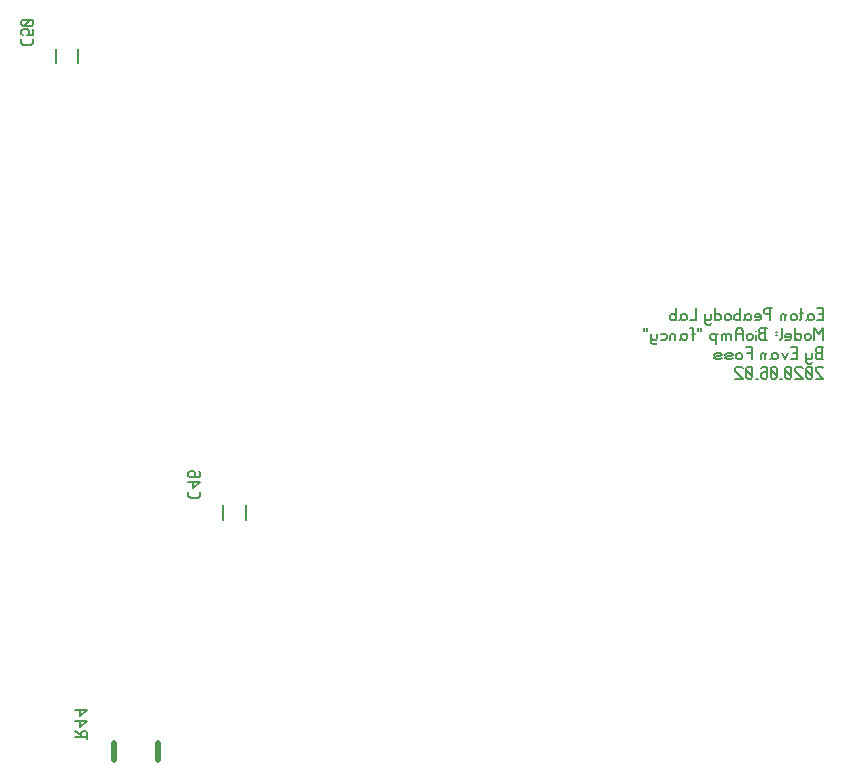
<source format=gbo>
G04 start of page 2 for group 10 layer_idx 5 *
G04 Title: (unknown), bottom_silk *
G04 Creator: pcb-rnd 2.2.2 *
G04 CreationDate: 2020-09-08 21:03:29 UTC *
G04 For:  *
G04 Format: Gerber/RS-274X *
G04 PCB-Dimensions: 500000 500000 *
G04 PCB-Coordinate-Origin: lower left *
%MOIN*%
%FSLAX25Y25*%
%LNBOTTOM_SILK_NONE_10*%
%ADD69C,0.0070*%
%ADD68C,0.0197*%
%ADD67C,0.0080*%
G54D67*X117240Y371638D02*Y376362D01*
X109760Y371638D02*Y376362D01*
G54D68*X143790Y139323D02*Y145228D01*
X129223Y139323D02*Y145228D01*
G54D67*X173007Y219605D02*Y224329D01*
X165527Y219605D02*Y224329D01*
G54D69*X365500Y288200D02*X364000D01*
X365500Y286000D02*X363500D01*
X365500Y290000D02*Y286000D01*
Y290000D02*X363500D01*
X360800Y288000D02*X360300Y287500D01*
X361800Y288000D02*X360800D01*
X362300Y287500D02*X361800Y288000D01*
X362300Y287500D02*Y286500D01*
X361800Y286000D01*
X360300Y288000D02*Y286500D01*
X359800Y286000D01*
X361800D02*X360800D01*
X360300Y286500D01*
X358100Y290000D02*Y286500D01*
X357600Y286000D01*
X358600Y288500D02*X357600D01*
X356600Y287500D02*Y286500D01*
Y287500D02*X356100Y288000D01*
X355100D01*
X354600Y287500D01*
Y286500D01*
X355100Y286000D02*X354600Y286500D01*
X356100Y286000D02*X355100D01*
X356600Y286500D02*X356100Y286000D01*
X352900Y287500D02*Y286000D01*
Y287500D02*X352400Y288000D01*
X351900D01*
X351400Y287500D01*
Y286000D01*
X353400Y288000D02*X352900Y287500D01*
X347900Y290000D02*Y286000D01*
X348400Y290000D02*X346400D01*
X345900Y289500D01*
Y288500D01*
X346400Y288000D02*X345900Y288500D01*
X347900Y288000D02*X346400D01*
X344200Y286000D02*X342700D01*
X344700Y286500D02*X344200Y286000D01*
X344700Y287500D02*Y286500D01*
Y287500D02*X344200Y288000D01*
X343200D01*
X342700Y287500D01*
X344700Y287000D02*X342700D01*
Y287500D01*
X340000Y288000D02*X339500Y287500D01*
X341000Y288000D02*X340000D01*
X341500Y287500D02*X341000Y288000D01*
X341500Y287500D02*Y286500D01*
X341000Y286000D01*
X339500Y288000D02*Y286500D01*
X339000Y286000D01*
X341000D02*X340000D01*
X339500Y286500D01*
X337800Y290000D02*Y286000D01*
Y286500D02*X337300Y286000D01*
X336300D01*
X335800Y286500D01*
Y287500D02*Y286500D01*
X336300Y288000D02*X335800Y287500D01*
X337300Y288000D02*X336300D01*
X337800Y287500D02*X337300Y288000D01*
X334600Y287500D02*Y286500D01*
Y287500D02*X334100Y288000D01*
X333100D01*
X332600Y287500D01*
Y286500D01*
X333100Y286000D02*X332600Y286500D01*
X334100Y286000D02*X333100D01*
X334600Y286500D02*X334100Y286000D01*
X329400Y290000D02*Y286000D01*
X329900D02*X329400Y286500D01*
X330900Y286000D02*X329900D01*
X331400Y286500D02*X330900Y286000D01*
X331400Y287500D02*Y286500D01*
Y287500D02*X330900Y288000D01*
X329900D01*
X329400Y287500D01*
X328200Y288000D02*Y286500D01*
X327700Y286000D01*
X326200Y288000D02*Y285000D01*
X326700Y284500D02*X326200Y285000D01*
X327700Y284500D02*X326700D01*
X328200Y285000D02*X327700Y284500D01*
Y286000D02*X326700D01*
X326200Y286500D01*
X323200Y290000D02*Y286000D01*
X321200D01*
X318500Y288000D02*X318000Y287500D01*
X319500Y288000D02*X318500D01*
X320000Y287500D02*X319500Y288000D01*
X320000Y287500D02*Y286500D01*
X319500Y286000D01*
X318000Y288000D02*Y286500D01*
X317500Y286000D01*
X319500D02*X318500D01*
X318000Y286500D01*
X316300Y290000D02*Y286000D01*
Y286500D02*X315800Y286000D01*
X314800D01*
X314300Y286500D01*
Y287500D02*Y286500D01*
X314800Y288000D02*X314300Y287500D01*
X315800Y288000D02*X314800D01*
X316300Y287500D02*X315800Y288000D01*
X98150Y378550D02*Y379850D01*
X98850Y377850D02*X98150Y378550D01*
X101450Y377850D02*X98850D01*
X101450D02*X102150Y378550D01*
Y379850D01*
Y381050D02*Y383050D01*
Y381050D02*X100150D01*
X100650Y381550D01*
Y382550D01*
X100150Y383050D01*
X98650D01*
X98150Y382550D02*X98650Y383050D01*
X98150Y381550D02*Y382550D01*
X98650Y381050D02*X98150Y381550D01*
X98650Y384250D02*X98150Y384750D01*
X101650Y384250D02*X98650D01*
X101650D02*X102150Y384750D01*
Y385750D01*
X101650Y386250D01*
X98650D01*
X98150Y385750D02*X98650Y386250D01*
X98150Y384750D02*Y385750D01*
X99150Y384250D02*X101150Y386250D01*
X120255Y146626D02*Y148626D01*
X119755Y149126D01*
X118755D01*
X118255Y148626D02*X118755Y149126D01*
X118255Y147126D02*Y148626D01*
X120255Y147126D02*X116255D01*
X118255Y147926D02*X116255Y149126D01*
X117755Y150326D02*X120255Y152326D01*
X117755Y150326D02*Y152826D01*
X120255Y152326D02*X116255D01*
X117755Y154026D02*X120255Y156026D01*
X117755Y154026D02*Y156526D01*
X120255Y156026D02*X116255D01*
X153917Y227517D02*Y228817D01*
X154617Y226817D02*X153917Y227517D01*
X157217Y226817D02*X154617D01*
X157217D02*X157917Y227517D01*
Y228817D01*
X155417Y230017D02*X157917Y232017D01*
X155417Y230017D02*Y232517D01*
X157917Y232017D02*X153917D01*
X157917Y235217D02*X157417Y235717D01*
X157917Y234217D02*Y235217D01*
X157417Y233717D02*X157917Y234217D01*
X157417Y233717D02*X154417D01*
X153917Y234217D01*
X156117Y235217D02*X155617Y235717D01*
X156117Y233717D02*Y235217D01*
X153917Y234217D02*Y235217D01*
X154417Y235717D01*
X155617D02*X154417D01*
X365500Y273000D02*X363500D01*
X363000Y273500D01*
Y274700D02*Y273500D01*
X363500Y275200D02*X363000Y274700D01*
X365000Y275200D02*X363500D01*
X365000Y277000D02*Y273000D01*
X365500Y277000D02*X363500D01*
X363000Y276500D01*
Y275700D01*
X363500Y275200D02*X363000Y275700D01*
X361800Y275000D02*Y273500D01*
X361300Y273000D01*
X359800Y275000D02*Y272000D01*
X360300Y271500D02*X359800Y272000D01*
X361300Y271500D02*X360300D01*
X361800Y272000D02*X361300Y271500D01*
Y273000D02*X360300D01*
X359800Y273500D01*
X356800Y275200D02*X355300D01*
X356800Y273000D02*X354800D01*
X356800Y277000D02*Y273000D01*
Y277000D02*X354800D01*
X353600Y275000D02*X352600Y273000D01*
X351600Y275000D02*X352600Y273000D01*
X348900Y275000D02*X348400Y274500D01*
X349900Y275000D02*X348900D01*
X350400Y274500D02*X349900Y275000D01*
X350400Y274500D02*Y273500D01*
X349900Y273000D01*
X348400Y275000D02*Y273500D01*
X347900Y273000D01*
X349900D02*X348900D01*
X348400Y273500D01*
X346200Y274500D02*Y273000D01*
Y274500D02*X345700Y275000D01*
X345200D01*
X344700Y274500D01*
Y273000D01*
X346700Y275000D02*X346200Y274500D01*
X341700Y277000D02*Y273000D01*
Y277000D02*X339700D01*
X341700Y275200D02*X340200D01*
X338500Y274500D02*Y273500D01*
Y274500D02*X338000Y275000D01*
X337000D01*
X336500Y274500D01*
Y273500D01*
X337000Y273000D02*X336500Y273500D01*
X338000Y273000D02*X337000D01*
X338500Y273500D02*X338000Y273000D01*
X334800D02*X333300D01*
X332800Y273500D01*
X333300Y274000D02*X332800Y273500D01*
X334800Y274000D02*X333300D01*
X335300Y274500D02*X334800Y274000D01*
X335300Y274500D02*X334800Y275000D01*
X333300D01*
X332800Y274500D01*
X335300Y273500D02*X334800Y273000D01*
X331100D02*X329600D01*
X329100Y273500D01*
X329600Y274000D02*X329100Y273500D01*
X331100Y274000D02*X329600D01*
X331600Y274500D02*X331100Y274000D01*
X331600Y274500D02*X331100Y275000D01*
X329600D01*
X329100Y274500D01*
X331600Y273500D02*X331100Y273000D01*
X365500Y283500D02*Y279500D01*
Y283500D02*X364000Y281500D01*
X362500Y283500D01*
Y279500D01*
X361300Y281000D02*Y280000D01*
Y281000D02*X360800Y281500D01*
X359800D01*
X359300Y281000D01*
Y280000D01*
X359800Y279500D02*X359300Y280000D01*
X360800Y279500D02*X359800D01*
X361300Y280000D02*X360800Y279500D01*
X356100Y283500D02*Y279500D01*
X356600D02*X356100Y280000D01*
X357600Y279500D02*X356600D01*
X358100Y280000D02*X357600Y279500D01*
X358100Y281000D02*Y280000D01*
Y281000D02*X357600Y281500D01*
X356600D01*
X356100Y281000D01*
X354400Y279500D02*X352900D01*
X354900Y280000D02*X354400Y279500D01*
X354900Y281000D02*Y280000D01*
Y281000D02*X354400Y281500D01*
X353400D01*
X352900Y281000D01*
X354900Y280500D02*X352900D01*
Y281000D01*
X351700Y283500D02*Y280000D01*
X351200Y279500D01*
X350200Y282000D02*X349700D01*
X350200Y281000D02*X349700D01*
X346700Y279500D02*X344700D01*
X344200Y280000D01*
Y281200D02*Y280000D01*
X344700Y281700D02*X344200Y281200D01*
X346200Y281700D02*X344700D01*
X346200Y283500D02*Y279500D01*
X346700Y283500D02*X344700D01*
X344200Y283000D01*
Y282200D01*
X344700Y281700D02*X344200Y282200D01*
X343000Y282500D02*Y282400D01*
Y281000D02*Y279500D01*
X342000Y281000D02*Y280000D01*
Y281000D02*X341500Y281500D01*
X340500D01*
X340000Y281000D01*
Y280000D01*
X340500Y279500D02*X340000Y280000D01*
X341500Y279500D02*X340500D01*
X342000Y280000D02*X341500Y279500D01*
X338800Y282500D02*Y279500D01*
Y282500D02*X338100Y283500D01*
X337000D01*
X336300Y282500D01*
Y279500D01*
X338800Y281500D02*X336300D01*
X334600Y281000D02*Y279500D01*
Y281000D02*X334100Y281500D01*
X333600D01*
X333100Y281000D01*
Y279500D01*
Y281000D02*X332600Y281500D01*
X332100D01*
X331600Y281000D01*
Y279500D01*
X335100Y281500D02*X334600Y281000D01*
X329900D02*Y278000D01*
X330400Y281500D02*X329900Y281000D01*
X329400Y281500D01*
X328400D01*
X327900Y281000D01*
Y280000D01*
X328400Y279500D02*X327900Y280000D01*
X329400Y279500D02*X328400D01*
X329900Y280000D02*X329400Y279500D01*
X324900Y283500D02*Y282500D01*
X323900Y283500D02*Y282500D01*
X322200Y283000D02*Y279500D01*
Y283000D02*X321700Y283500D01*
X321200D01*
X322700Y281500D02*X321700D01*
X318700D02*X318200Y281000D01*
X319700Y281500D02*X318700D01*
X320200Y281000D02*X319700Y281500D01*
X320200Y281000D02*Y280000D01*
X319700Y279500D01*
X318200Y281500D02*Y280000D01*
X317700Y279500D01*
X319700D02*X318700D01*
X318200Y280000D01*
X316000Y281000D02*Y279500D01*
Y281000D02*X315500Y281500D01*
X315000D01*
X314500Y281000D01*
Y279500D01*
X316500Y281500D02*X316000Y281000D01*
X312800Y281500D02*X311300D01*
X313300Y281000D02*X312800Y281500D01*
X313300Y281000D02*Y280000D01*
X312800Y279500D01*
X311300D01*
X310100Y281500D02*Y280000D01*
X309600Y279500D01*
X308100Y281500D02*Y278500D01*
X308600Y278000D02*X308100Y278500D01*
X309600Y278000D02*X308600D01*
X310100Y278500D02*X309600Y278000D01*
Y279500D02*X308600D01*
X308100Y280000D01*
X306900Y283500D02*Y282500D01*
X305900Y283500D02*Y282500D01*
X365500Y270000D02*X365000Y270500D01*
X363500D01*
X363000Y270000D01*
Y269000D01*
X365500Y266500D02*X363000Y269000D01*
X365500Y266500D02*X363000D01*
X361800Y267000D02*X361300Y266500D01*
X361800Y270000D02*Y267000D01*
Y270000D02*X361300Y270500D01*
X360300D01*
X359800Y270000D01*
Y267000D01*
X360300Y266500D02*X359800Y267000D01*
X361300Y266500D02*X360300D01*
X361800Y267500D02*X359800Y269500D01*
X358600Y270000D02*X358100Y270500D01*
X356600D01*
X356100Y270000D01*
Y269000D01*
X358600Y266500D02*X356100Y269000D01*
X358600Y266500D02*X356100D01*
X354900Y267000D02*X354400Y266500D01*
X354900Y270000D02*Y267000D01*
Y270000D02*X354400Y270500D01*
X353400D01*
X352900Y270000D01*
Y267000D01*
X353400Y266500D02*X352900Y267000D01*
X354400Y266500D02*X353400D01*
X354900Y267500D02*X352900Y269500D01*
X351700Y266500D02*X351200D01*
X350000Y267000D02*X349500Y266500D01*
X350000Y270000D02*Y267000D01*
Y270000D02*X349500Y270500D01*
X348500D01*
X348000Y270000D01*
Y267000D01*
X348500Y266500D02*X348000Y267000D01*
X349500Y266500D02*X348500D01*
X350000Y267500D02*X348000Y269500D01*
X345300Y270500D02*X344800Y270000D01*
X346300Y270500D02*X345300D01*
X346800Y270000D02*X346300Y270500D01*
X346800Y270000D02*Y267000D01*
X346300Y266500D01*
X345300Y268700D02*X344800Y268200D01*
X346800Y268700D02*X345300D01*
X346300Y266500D02*X345300D01*
X344800Y267000D01*
Y268200D02*Y267000D01*
X343600Y266500D02*X343100D01*
X341900Y267000D02*X341400Y266500D01*
X341900Y270000D02*Y267000D01*
Y270000D02*X341400Y270500D01*
X340400D01*
X339900Y270000D01*
Y267000D01*
X340400Y266500D02*X339900Y267000D01*
X341400Y266500D02*X340400D01*
X341900Y267500D02*X339900Y269500D01*
X338700Y270000D02*X338200Y270500D01*
X336700D01*
X336200Y270000D01*
Y269000D01*
X338700Y266500D02*X336200Y269000D01*
X338700Y266500D02*X336200D01*
M02*

</source>
